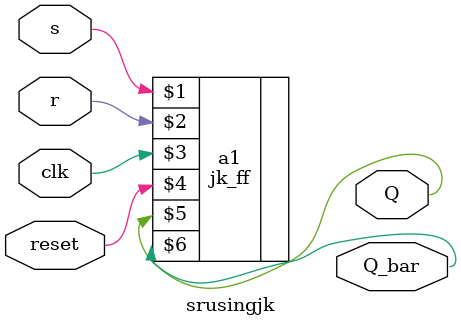
<source format=v>
`timescale 1ns / 1ps


module srusingjk(
    input s,r,clk,reset,
    output Q,Q_bar
    );
    jk_ff a1(s,r,clk,reset,Q,Q_bar);
endmodule

</source>
